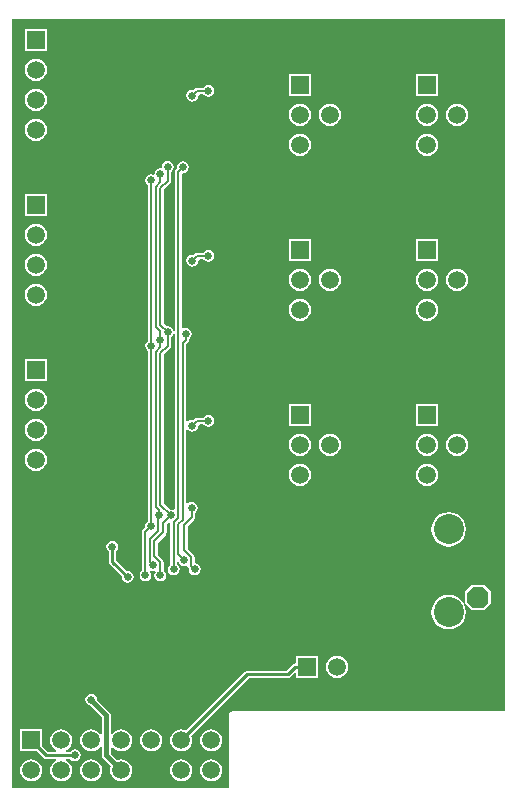
<source format=gbl>
%FSLAX23Y23*%
%MOIN*%
G70*
G01*
G75*
G04 Layer_Physical_Order=2*
G04 Layer_Color=16711680*
%ADD10O,0.063X0.012*%
%ADD11O,0.012X0.063*%
%ADD12R,0.035X0.031*%
%ADD13R,0.075X0.043*%
%ADD14R,0.110X0.030*%
%ADD15R,0.039X0.059*%
%ADD16R,0.035X0.028*%
%ADD17R,0.028X0.035*%
%ADD18R,0.100X0.100*%
%ADD19O,0.010X0.030*%
%ADD20O,0.030X0.010*%
%ADD21R,0.031X0.035*%
%ADD22R,0.132X0.085*%
%ADD23C,0.010*%
%ADD24C,0.015*%
%ADD25C,0.008*%
%ADD26C,0.025*%
G04:AMPARAMS|DCode=27|XSize=70mil|YSize=70mil|CornerRadius=0mil|HoleSize=0mil|Usage=FLASHONLY|Rotation=90.000|XOffset=0mil|YOffset=0mil|HoleType=Round|Shape=Octagon|*
%AMOCTAGOND27*
4,1,8,0.018,0.035,-0.018,0.035,-0.035,0.018,-0.035,-0.018,-0.018,-0.035,0.018,-0.035,0.035,-0.018,0.035,0.018,0.018,0.035,0.0*
%
%ADD27OCTAGOND27*%

%ADD28C,0.100*%
%ADD29C,0.059*%
%ADD30R,0.059X0.059*%
%ADD31R,0.059X0.059*%
%ADD32C,0.030*%
%ADD33C,0.025*%
%ADD34C,0.020*%
G36*
X7038Y2357D02*
X6130D01*
X6125Y2356D01*
X6121Y2354D01*
X6119Y2350D01*
X6118Y2345D01*
Y2102D01*
X5397D01*
Y4663D01*
X7038D01*
Y2357D01*
D02*
G37*
%LPC*%
G36*
X5475Y3232D02*
X5465Y3231D01*
X5457Y3227D01*
X5449Y3221D01*
X5443Y3213D01*
X5439Y3205D01*
X5438Y3195D01*
X5439Y3185D01*
X5443Y3177D01*
X5449Y3169D01*
X5457Y3163D01*
X5465Y3159D01*
X5475Y3158D01*
X5485Y3159D01*
X5493Y3163D01*
X5501Y3169D01*
X5507Y3177D01*
X5511Y3185D01*
X5512Y3195D01*
X5511Y3205D01*
X5507Y3213D01*
X5501Y3221D01*
X5493Y3227D01*
X5485Y3231D01*
X5475Y3232D01*
D02*
G37*
G36*
X6355Y3282D02*
X6345Y3281D01*
X6337Y3277D01*
X6329Y3271D01*
X6323Y3263D01*
X6319Y3255D01*
X6318Y3245D01*
X6319Y3235D01*
X6323Y3227D01*
X6329Y3219D01*
X6337Y3213D01*
X6345Y3209D01*
X6355Y3208D01*
X6365Y3209D01*
X6373Y3213D01*
X6381Y3219D01*
X6387Y3227D01*
X6391Y3235D01*
X6392Y3245D01*
X6391Y3255D01*
X6387Y3263D01*
X6381Y3271D01*
X6373Y3277D01*
X6365Y3281D01*
X6355Y3282D01*
D02*
G37*
G36*
X6455D02*
X6445Y3281D01*
X6437Y3277D01*
X6429Y3271D01*
X6423Y3263D01*
X6419Y3255D01*
X6418Y3245D01*
X6419Y3235D01*
X6423Y3227D01*
X6429Y3219D01*
X6437Y3213D01*
X6445Y3209D01*
X6455Y3208D01*
X6465Y3209D01*
X6473Y3213D01*
X6481Y3219D01*
X6487Y3227D01*
X6491Y3235D01*
X6492Y3245D01*
X6491Y3255D01*
X6487Y3263D01*
X6481Y3271D01*
X6473Y3277D01*
X6465Y3281D01*
X6455Y3282D01*
D02*
G37*
G36*
X6851Y3020D02*
X6836Y3019D01*
X6822Y3013D01*
X6810Y3004D01*
X6801Y2992D01*
X6795Y2978D01*
X6794Y2963D01*
X6795Y2948D01*
X6801Y2934D01*
X6810Y2922D01*
X6822Y2913D01*
X6836Y2907D01*
X6851Y2906D01*
X6866Y2907D01*
X6880Y2913D01*
X6892Y2922D01*
X6901Y2934D01*
X6907Y2948D01*
X6908Y2963D01*
X6907Y2978D01*
X6901Y2992D01*
X6892Y3004D01*
X6880Y3013D01*
X6866Y3019D01*
X6851Y3020D01*
D02*
G37*
G36*
X6355Y3182D02*
X6345Y3181D01*
X6337Y3177D01*
X6329Y3171D01*
X6323Y3163D01*
X6319Y3155D01*
X6318Y3145D01*
X6319Y3135D01*
X6323Y3127D01*
X6329Y3119D01*
X6337Y3113D01*
X6345Y3109D01*
X6355Y3108D01*
X6365Y3109D01*
X6373Y3113D01*
X6381Y3119D01*
X6387Y3127D01*
X6391Y3135D01*
X6392Y3145D01*
X6391Y3155D01*
X6387Y3163D01*
X6381Y3171D01*
X6373Y3177D01*
X6365Y3181D01*
X6355Y3182D01*
D02*
G37*
G36*
X6780D02*
X6770Y3181D01*
X6762Y3177D01*
X6754Y3171D01*
X6748Y3163D01*
X6744Y3155D01*
X6743Y3145D01*
X6744Y3135D01*
X6748Y3127D01*
X6754Y3119D01*
X6762Y3113D01*
X6770Y3109D01*
X6780Y3108D01*
X6790Y3109D01*
X6798Y3113D01*
X6806Y3119D01*
X6812Y3127D01*
X6816Y3135D01*
X6817Y3145D01*
X6816Y3155D01*
X6812Y3163D01*
X6806Y3171D01*
X6798Y3177D01*
X6790Y3181D01*
X6780Y3182D01*
D02*
G37*
G36*
Y3282D02*
X6770Y3281D01*
X6762Y3277D01*
X6754Y3271D01*
X6748Y3263D01*
X6744Y3255D01*
X6743Y3245D01*
X6744Y3235D01*
X6748Y3227D01*
X6754Y3219D01*
X6762Y3213D01*
X6770Y3209D01*
X6780Y3208D01*
X6790Y3209D01*
X6798Y3213D01*
X6806Y3219D01*
X6812Y3227D01*
X6816Y3235D01*
X6817Y3245D01*
X6816Y3255D01*
X6812Y3263D01*
X6806Y3271D01*
X6798Y3277D01*
X6790Y3281D01*
X6780Y3282D01*
D02*
G37*
G36*
X6817Y3382D02*
X6743D01*
Y3308D01*
X6817D01*
Y3382D01*
D02*
G37*
G36*
X5475Y3432D02*
X5465Y3431D01*
X5457Y3427D01*
X5449Y3421D01*
X5443Y3413D01*
X5439Y3405D01*
X5438Y3395D01*
X5439Y3385D01*
X5443Y3377D01*
X5449Y3369D01*
X5457Y3363D01*
X5465Y3359D01*
X5475Y3358D01*
X5485Y3359D01*
X5493Y3363D01*
X5501Y3369D01*
X5507Y3377D01*
X5511Y3385D01*
X5512Y3395D01*
X5511Y3405D01*
X5507Y3413D01*
X5501Y3421D01*
X5493Y3427D01*
X5485Y3431D01*
X5475Y3432D01*
D02*
G37*
G36*
X5512Y3532D02*
X5438D01*
Y3458D01*
X5512D01*
Y3532D01*
D02*
G37*
G36*
X6880Y3282D02*
X6870Y3281D01*
X6862Y3277D01*
X6854Y3271D01*
X6848Y3263D01*
X6844Y3255D01*
X6843Y3245D01*
X6844Y3235D01*
X6848Y3227D01*
X6854Y3219D01*
X6862Y3213D01*
X6870Y3209D01*
X6880Y3208D01*
X6890Y3209D01*
X6898Y3213D01*
X6906Y3219D01*
X6912Y3227D01*
X6916Y3235D01*
X6917Y3245D01*
X6916Y3255D01*
X6912Y3263D01*
X6906Y3271D01*
X6898Y3277D01*
X6890Y3281D01*
X6880Y3282D01*
D02*
G37*
G36*
X5475Y3332D02*
X5465Y3331D01*
X5457Y3327D01*
X5449Y3321D01*
X5443Y3313D01*
X5439Y3305D01*
X5438Y3295D01*
X5439Y3285D01*
X5443Y3277D01*
X5449Y3269D01*
X5457Y3263D01*
X5465Y3259D01*
X5475Y3258D01*
X5485Y3259D01*
X5493Y3263D01*
X5501Y3269D01*
X5507Y3277D01*
X5511Y3285D01*
X5512Y3295D01*
X5511Y3305D01*
X5507Y3313D01*
X5501Y3321D01*
X5493Y3327D01*
X5485Y3331D01*
X5475Y3332D01*
D02*
G37*
G36*
X6392Y3382D02*
X6318D01*
Y3308D01*
X6392D01*
Y3382D01*
D02*
G37*
G36*
X6060Y2197D02*
X6050Y2196D01*
X6042Y2192D01*
X6034Y2186D01*
X6028Y2178D01*
X6024Y2170D01*
X6023Y2160D01*
X6024Y2150D01*
X6028Y2142D01*
X6034Y2134D01*
X6042Y2128D01*
X6050Y2124D01*
X6060Y2123D01*
X6070Y2124D01*
X6078Y2128D01*
X6086Y2134D01*
X6092Y2142D01*
X6096Y2150D01*
X6097Y2160D01*
X6096Y2170D01*
X6092Y2178D01*
X6086Y2186D01*
X6078Y2192D01*
X6070Y2196D01*
X6060Y2197D01*
D02*
G37*
G36*
X5560Y2297D02*
X5550Y2296D01*
X5542Y2292D01*
X5534Y2286D01*
X5528Y2278D01*
X5524Y2270D01*
X5523Y2260D01*
X5524Y2250D01*
X5528Y2242D01*
X5534Y2234D01*
X5542Y2228D01*
X5544Y2227D01*
X5543Y2222D01*
X5515D01*
X5497Y2241D01*
Y2297D01*
X5423D01*
Y2223D01*
X5479D01*
X5501Y2201D01*
X5505Y2199D01*
X5510Y2198D01*
X5543D01*
X5544Y2193D01*
X5542Y2192D01*
X5534Y2186D01*
X5528Y2178D01*
X5524Y2170D01*
X5523Y2160D01*
X5524Y2150D01*
X5528Y2142D01*
X5534Y2134D01*
X5542Y2128D01*
X5550Y2124D01*
X5560Y2123D01*
X5570Y2124D01*
X5578Y2128D01*
X5586Y2134D01*
X5592Y2142D01*
X5596Y2150D01*
X5597Y2160D01*
X5596Y2170D01*
X5592Y2178D01*
X5586Y2186D01*
X5578Y2192D01*
X5576Y2193D01*
X5577Y2198D01*
X5590D01*
X5591Y2196D01*
X5597Y2192D01*
X5605Y2190D01*
X5613Y2192D01*
X5619Y2196D01*
X5623Y2202D01*
X5625Y2210D01*
X5623Y2218D01*
X5619Y2224D01*
X5613Y2228D01*
X5605Y2230D01*
X5597Y2228D01*
X5591Y2224D01*
X5590Y2222D01*
X5577D01*
X5576Y2227D01*
X5578Y2228D01*
X5586Y2234D01*
X5592Y2242D01*
X5596Y2250D01*
X5597Y2260D01*
X5596Y2270D01*
X5592Y2278D01*
X5586Y2286D01*
X5578Y2292D01*
X5570Y2296D01*
X5560Y2297D01*
D02*
G37*
G36*
X5860D02*
X5850Y2296D01*
X5842Y2292D01*
X5834Y2286D01*
X5828Y2278D01*
X5824Y2270D01*
X5823Y2260D01*
X5824Y2250D01*
X5828Y2242D01*
X5834Y2234D01*
X5842Y2228D01*
X5850Y2224D01*
X5860Y2223D01*
X5870Y2224D01*
X5878Y2228D01*
X5886Y2234D01*
X5892Y2242D01*
X5896Y2250D01*
X5897Y2260D01*
X5896Y2270D01*
X5892Y2278D01*
X5886Y2286D01*
X5878Y2292D01*
X5870Y2296D01*
X5860Y2297D01*
D02*
G37*
G36*
X5460Y2197D02*
X5450Y2196D01*
X5442Y2192D01*
X5434Y2186D01*
X5428Y2178D01*
X5424Y2170D01*
X5423Y2160D01*
X5424Y2150D01*
X5428Y2142D01*
X5434Y2134D01*
X5442Y2128D01*
X5450Y2124D01*
X5460Y2123D01*
X5470Y2124D01*
X5478Y2128D01*
X5486Y2134D01*
X5492Y2142D01*
X5496Y2150D01*
X5497Y2160D01*
X5496Y2170D01*
X5492Y2178D01*
X5486Y2186D01*
X5478Y2192D01*
X5470Y2196D01*
X5460Y2197D01*
D02*
G37*
G36*
X5660D02*
X5650Y2196D01*
X5642Y2192D01*
X5634Y2186D01*
X5628Y2178D01*
X5624Y2170D01*
X5623Y2160D01*
X5624Y2150D01*
X5628Y2142D01*
X5634Y2134D01*
X5642Y2128D01*
X5650Y2124D01*
X5660Y2123D01*
X5670Y2124D01*
X5678Y2128D01*
X5686Y2134D01*
X5692Y2142D01*
X5696Y2150D01*
X5697Y2160D01*
X5696Y2170D01*
X5692Y2178D01*
X5686Y2186D01*
X5678Y2192D01*
X5670Y2196D01*
X5660Y2197D01*
D02*
G37*
G36*
X5960D02*
X5950Y2196D01*
X5942Y2192D01*
X5934Y2186D01*
X5928Y2178D01*
X5924Y2170D01*
X5923Y2160D01*
X5924Y2150D01*
X5928Y2142D01*
X5934Y2134D01*
X5942Y2128D01*
X5950Y2124D01*
X5960Y2123D01*
X5970Y2124D01*
X5978Y2128D01*
X5986Y2134D01*
X5992Y2142D01*
X5996Y2150D01*
X5997Y2160D01*
X5996Y2170D01*
X5992Y2178D01*
X5986Y2186D01*
X5978Y2192D01*
X5970Y2196D01*
X5960Y2197D01*
D02*
G37*
G36*
X6060Y2297D02*
X6050Y2296D01*
X6042Y2292D01*
X6034Y2286D01*
X6028Y2278D01*
X6024Y2270D01*
X6023Y2260D01*
X6024Y2250D01*
X6028Y2242D01*
X6034Y2234D01*
X6042Y2228D01*
X6050Y2224D01*
X6060Y2223D01*
X6070Y2224D01*
X6078Y2228D01*
X6086Y2234D01*
X6092Y2242D01*
X6096Y2250D01*
X6097Y2260D01*
X6096Y2270D01*
X6092Y2278D01*
X6086Y2286D01*
X6078Y2292D01*
X6070Y2296D01*
X6060Y2297D01*
D02*
G37*
G36*
X6851Y2744D02*
X6836Y2743D01*
X6822Y2737D01*
X6810Y2728D01*
X6801Y2716D01*
X6795Y2702D01*
X6794Y2687D01*
X6795Y2672D01*
X6801Y2658D01*
X6810Y2646D01*
X6822Y2637D01*
X6836Y2631D01*
X6851Y2630D01*
X6866Y2631D01*
X6880Y2637D01*
X6892Y2646D01*
X6901Y2658D01*
X6907Y2672D01*
X6908Y2687D01*
X6907Y2702D01*
X6901Y2716D01*
X6892Y2728D01*
X6880Y2737D01*
X6866Y2743D01*
X6851Y2744D01*
D02*
G37*
G36*
X6970Y2778D02*
X6928D01*
X6907Y2757D01*
Y2715D01*
X6928Y2694D01*
X6970D01*
X6991Y2715D01*
Y2757D01*
X6970Y2778D01*
D02*
G37*
G36*
X5730Y2925D02*
X5722Y2923D01*
X5716Y2919D01*
X5712Y2913D01*
X5710Y2905D01*
X5712Y2897D01*
X5716Y2891D01*
X5718Y2890D01*
Y2856D01*
X5719Y2852D01*
X5721Y2848D01*
X5762Y2807D01*
X5762Y2805D01*
X5763Y2797D01*
X5767Y2791D01*
X5774Y2787D01*
X5781Y2785D01*
X5789Y2787D01*
X5795Y2791D01*
X5800Y2797D01*
X5801Y2805D01*
X5800Y2813D01*
X5795Y2819D01*
X5789Y2823D01*
X5781Y2825D01*
X5779Y2824D01*
X5742Y2861D01*
Y2890D01*
X5744Y2891D01*
X5748Y2897D01*
X5750Y2905D01*
X5748Y2913D01*
X5744Y2919D01*
X5738Y2923D01*
X5730Y2925D01*
D02*
G37*
G36*
X5660Y2415D02*
X5652Y2413D01*
X5646Y2409D01*
X5642Y2403D01*
X5640Y2395D01*
X5642Y2387D01*
X5646Y2381D01*
X5652Y2377D01*
X5659Y2375D01*
X5695Y2339D01*
Y2282D01*
X5690Y2281D01*
X5686Y2286D01*
X5678Y2292D01*
X5670Y2296D01*
X5660Y2297D01*
X5650Y2296D01*
X5642Y2292D01*
X5634Y2286D01*
X5628Y2278D01*
X5624Y2270D01*
X5623Y2260D01*
X5624Y2250D01*
X5628Y2242D01*
X5634Y2234D01*
X5642Y2228D01*
X5650Y2224D01*
X5660Y2223D01*
X5670Y2224D01*
X5678Y2228D01*
X5686Y2234D01*
X5690Y2239D01*
X5695Y2238D01*
Y2210D01*
X5696Y2204D01*
X5700Y2200D01*
X5726Y2173D01*
X5724Y2170D01*
X5723Y2160D01*
X5724Y2150D01*
X5728Y2142D01*
X5734Y2134D01*
X5742Y2128D01*
X5750Y2124D01*
X5760Y2123D01*
X5770Y2124D01*
X5778Y2128D01*
X5786Y2134D01*
X5792Y2142D01*
X5796Y2150D01*
X5797Y2160D01*
X5796Y2170D01*
X5792Y2178D01*
X5786Y2186D01*
X5778Y2192D01*
X5770Y2196D01*
X5760Y2197D01*
X5750Y2196D01*
X5747Y2194D01*
X5725Y2216D01*
Y2238D01*
X5730Y2239D01*
X5734Y2234D01*
X5742Y2228D01*
X5750Y2224D01*
X5760Y2223D01*
X5770Y2224D01*
X5778Y2228D01*
X5786Y2234D01*
X5792Y2242D01*
X5796Y2250D01*
X5797Y2260D01*
X5796Y2270D01*
X5792Y2278D01*
X5786Y2286D01*
X5778Y2292D01*
X5770Y2296D01*
X5760Y2297D01*
X5750Y2296D01*
X5742Y2292D01*
X5734Y2286D01*
X5730Y2281D01*
X5725Y2282D01*
Y2345D01*
X5724Y2351D01*
X5720Y2355D01*
X5680Y2396D01*
X5678Y2403D01*
X5674Y2409D01*
X5668Y2413D01*
X5660Y2415D01*
D02*
G37*
G36*
X6480Y2542D02*
X6470Y2541D01*
X6462Y2537D01*
X6454Y2531D01*
X6448Y2523D01*
X6444Y2515D01*
X6443Y2505D01*
X6444Y2495D01*
X6448Y2487D01*
X6454Y2479D01*
X6462Y2473D01*
X6470Y2469D01*
X6480Y2468D01*
X6490Y2469D01*
X6498Y2473D01*
X6506Y2479D01*
X6512Y2487D01*
X6516Y2495D01*
X6517Y2505D01*
X6516Y2515D01*
X6512Y2523D01*
X6506Y2531D01*
X6498Y2537D01*
X6490Y2541D01*
X6480Y2542D01*
D02*
G37*
G36*
X6417Y2542D02*
X6343D01*
Y2517D01*
X6340D01*
X6335Y2516D01*
X6331Y2514D01*
X6310Y2492D01*
X6180D01*
X6175Y2491D01*
X6171Y2489D01*
X5976Y2293D01*
X5970Y2296D01*
X5960Y2297D01*
X5950Y2296D01*
X5942Y2292D01*
X5934Y2286D01*
X5928Y2278D01*
X5924Y2270D01*
X5923Y2260D01*
X5924Y2250D01*
X5928Y2242D01*
X5934Y2234D01*
X5942Y2228D01*
X5950Y2224D01*
X5960Y2223D01*
X5970Y2224D01*
X5978Y2228D01*
X5986Y2234D01*
X5992Y2242D01*
X5996Y2250D01*
X5997Y2260D01*
X5996Y2270D01*
X5993Y2276D01*
X6185Y2468D01*
X6315D01*
X6320Y2469D01*
X6324Y2471D01*
X6339Y2487D01*
X6343Y2485D01*
Y2468D01*
X6417D01*
Y2542D01*
D02*
G37*
G36*
X6355Y4382D02*
X6345Y4381D01*
X6337Y4377D01*
X6329Y4371D01*
X6323Y4363D01*
X6319Y4355D01*
X6318Y4345D01*
X6319Y4335D01*
X6323Y4327D01*
X6329Y4319D01*
X6337Y4313D01*
X6345Y4309D01*
X6355Y4308D01*
X6365Y4309D01*
X6373Y4313D01*
X6381Y4319D01*
X6387Y4327D01*
X6391Y4335D01*
X6392Y4345D01*
X6391Y4355D01*
X6387Y4363D01*
X6381Y4371D01*
X6373Y4377D01*
X6365Y4381D01*
X6355Y4382D01*
D02*
G37*
G36*
X6455D02*
X6445Y4381D01*
X6437Y4377D01*
X6429Y4371D01*
X6423Y4363D01*
X6419Y4355D01*
X6418Y4345D01*
X6419Y4335D01*
X6423Y4327D01*
X6429Y4319D01*
X6437Y4313D01*
X6445Y4309D01*
X6455Y4308D01*
X6465Y4309D01*
X6473Y4313D01*
X6481Y4319D01*
X6487Y4327D01*
X6491Y4335D01*
X6492Y4345D01*
X6491Y4355D01*
X6487Y4363D01*
X6481Y4371D01*
X6473Y4377D01*
X6465Y4381D01*
X6455Y4382D01*
D02*
G37*
G36*
X6780D02*
X6770Y4381D01*
X6762Y4377D01*
X6754Y4371D01*
X6748Y4363D01*
X6744Y4355D01*
X6743Y4345D01*
X6744Y4335D01*
X6748Y4327D01*
X6754Y4319D01*
X6762Y4313D01*
X6770Y4309D01*
X6780Y4308D01*
X6790Y4309D01*
X6798Y4313D01*
X6806Y4319D01*
X6812Y4327D01*
X6816Y4335D01*
X6817Y4345D01*
X6816Y4355D01*
X6812Y4363D01*
X6806Y4371D01*
X6798Y4377D01*
X6790Y4381D01*
X6780Y4382D01*
D02*
G37*
G36*
X5475Y4332D02*
X5465Y4331D01*
X5457Y4327D01*
X5449Y4321D01*
X5443Y4313D01*
X5439Y4305D01*
X5438Y4295D01*
X5439Y4285D01*
X5443Y4277D01*
X5449Y4269D01*
X5457Y4263D01*
X5465Y4259D01*
X5475Y4258D01*
X5485Y4259D01*
X5493Y4263D01*
X5501Y4269D01*
X5507Y4277D01*
X5511Y4285D01*
X5512Y4295D01*
X5511Y4305D01*
X5507Y4313D01*
X5501Y4321D01*
X5493Y4327D01*
X5485Y4331D01*
X5475Y4332D01*
D02*
G37*
G36*
X5915Y4192D02*
X5907Y4190D01*
X5901Y4186D01*
X5897Y4180D01*
X5895Y4172D01*
X5896Y4170D01*
X5892Y4166D01*
X5890Y4167D01*
X5882Y4165D01*
X5876Y4161D01*
X5872Y4155D01*
X5871Y4149D01*
X5869Y4147D01*
X5865Y4146D01*
X5860Y4147D01*
X5852Y4145D01*
X5846Y4141D01*
X5842Y4135D01*
X5840Y4127D01*
X5842Y4119D01*
X5846Y4113D01*
X5849Y4111D01*
Y3591D01*
X5846Y3589D01*
X5842Y3583D01*
X5840Y3575D01*
X5842Y3567D01*
X5846Y3561D01*
X5849Y3559D01*
Y2991D01*
X5846Y2989D01*
X5842Y2983D01*
X5840Y2975D01*
X5841Y2972D01*
X5832Y2963D01*
X5830Y2959D01*
X5829Y2955D01*
X5829Y2955D01*
Y2825D01*
X5826Y2824D01*
X5822Y2817D01*
X5821Y2810D01*
X5822Y2802D01*
X5826Y2795D01*
X5833Y2791D01*
X5840Y2790D01*
X5848Y2791D01*
X5855Y2795D01*
X5859Y2802D01*
X5860Y2810D01*
X5859Y2817D01*
X5855Y2822D01*
X5856Y2823D01*
X5859Y2826D01*
X5865Y2825D01*
X5871Y2826D01*
X5874Y2824D01*
X5875Y2822D01*
X5872Y2818D01*
X5870Y2810D01*
X5872Y2802D01*
X5876Y2796D01*
X5882Y2792D01*
X5890Y2790D01*
X5898Y2792D01*
X5904Y2796D01*
X5908Y2802D01*
X5910Y2810D01*
X5908Y2818D01*
X5904Y2824D01*
X5901Y2826D01*
Y2853D01*
X5901Y2853D01*
X5900Y2858D01*
X5898Y2861D01*
X5898Y2861D01*
X5881Y2878D01*
Y2919D01*
X5908Y2946D01*
X5910Y2949D01*
X5911Y2954D01*
X5911Y2954D01*
Y2980D01*
X5919Y2988D01*
X5922Y2987D01*
X5924Y2986D01*
Y2846D01*
X5921Y2844D01*
X5917Y2838D01*
X5915Y2830D01*
X5917Y2822D01*
X5921Y2816D01*
X5927Y2812D01*
X5935Y2810D01*
X5943Y2812D01*
X5949Y2816D01*
X5953Y2822D01*
X5955Y2830D01*
X5953Y2838D01*
X5949Y2844D01*
X5946Y2846D01*
Y2854D01*
X5951Y2854D01*
X5952Y2852D01*
X5956Y2846D01*
X5962Y2842D01*
X5970Y2840D01*
X5977Y2842D01*
X5978Y2842D01*
X5983Y2839D01*
X5983Y2837D01*
X5986Y2834D01*
X5986Y2833D01*
X5985Y2830D01*
X5987Y2822D01*
X5991Y2816D01*
X5997Y2812D01*
X6005Y2810D01*
X6013Y2812D01*
X6019Y2816D01*
X6023Y2822D01*
X6025Y2830D01*
X6023Y2838D01*
X6019Y2844D01*
X6013Y2848D01*
X6005Y2850D01*
X6005Y2850D01*
Y2870D01*
X6004Y2874D01*
X6001Y2878D01*
X6001Y2878D01*
X5981Y2898D01*
Y2975D01*
X6003Y2996D01*
X6003Y2996D01*
X6005Y3000D01*
X6006Y3004D01*
Y3019D01*
X6009Y3021D01*
X6013Y3027D01*
X6015Y3035D01*
X6013Y3043D01*
X6009Y3049D01*
X6003Y3053D01*
X5995Y3055D01*
X5987Y3053D01*
X5981Y3049D01*
X5980Y3050D01*
X5976Y3051D01*
Y3296D01*
X5981Y3297D01*
X5983Y3295D01*
X5989Y3291D01*
X5997Y3289D01*
X6004Y3291D01*
X6011Y3295D01*
X6015Y3302D01*
X6017Y3309D01*
X6021Y3314D01*
X6034D01*
X6036Y3311D01*
X6042Y3307D01*
X6050Y3305D01*
X6058Y3307D01*
X6064Y3311D01*
X6068Y3317D01*
X6070Y3325D01*
X6068Y3333D01*
X6064Y3339D01*
X6058Y3343D01*
X6050Y3345D01*
X6042Y3343D01*
X6036Y3339D01*
X6034Y3336D01*
X6013D01*
X6013Y3336D01*
X6008Y3335D01*
X6005Y3333D01*
X6005Y3333D01*
X6000Y3328D01*
X5997Y3329D01*
X5989Y3328D01*
X5983Y3323D01*
X5981Y3321D01*
X5976Y3323D01*
Y3580D01*
X5983Y3587D01*
X5983Y3587D01*
X5985Y3591D01*
X5986Y3595D01*
Y3599D01*
X5989Y3601D01*
X5993Y3607D01*
X5995Y3615D01*
X5993Y3623D01*
X5989Y3629D01*
X5983Y3633D01*
X5975Y3635D01*
X5967Y3633D01*
X5966Y3632D01*
X5961Y3635D01*
Y4146D01*
X5965Y4150D01*
X5973Y4152D01*
X5979Y4156D01*
X5983Y4162D01*
X5985Y4170D01*
X5983Y4178D01*
X5979Y4184D01*
X5973Y4188D01*
X5965Y4190D01*
X5957Y4188D01*
X5951Y4184D01*
X5947Y4178D01*
X5945Y4170D01*
X5946Y4167D01*
X5942Y4163D01*
X5940Y4159D01*
X5939Y4155D01*
X5939Y4155D01*
Y3626D01*
X5934Y3626D01*
X5933Y3628D01*
X5929Y3634D01*
X5923Y3638D01*
X5915Y3640D01*
X5912Y3639D01*
X5901Y3650D01*
Y4095D01*
X5923Y4117D01*
X5923Y4117D01*
X5925Y4121D01*
X5926Y4125D01*
Y4156D01*
X5929Y4158D01*
X5933Y4164D01*
X5935Y4172D01*
X5933Y4180D01*
X5929Y4186D01*
X5923Y4190D01*
X5915Y4192D01*
D02*
G37*
G36*
X6355Y4282D02*
X6345Y4281D01*
X6337Y4277D01*
X6329Y4271D01*
X6323Y4263D01*
X6319Y4255D01*
X6318Y4245D01*
X6319Y4235D01*
X6323Y4227D01*
X6329Y4219D01*
X6337Y4213D01*
X6345Y4209D01*
X6355Y4208D01*
X6365Y4209D01*
X6373Y4213D01*
X6381Y4219D01*
X6387Y4227D01*
X6391Y4235D01*
X6392Y4245D01*
X6391Y4255D01*
X6387Y4263D01*
X6381Y4271D01*
X6373Y4277D01*
X6365Y4281D01*
X6355Y4282D01*
D02*
G37*
G36*
X6780D02*
X6770Y4281D01*
X6762Y4277D01*
X6754Y4271D01*
X6748Y4263D01*
X6744Y4255D01*
X6743Y4245D01*
X6744Y4235D01*
X6748Y4227D01*
X6754Y4219D01*
X6762Y4213D01*
X6770Y4209D01*
X6780Y4208D01*
X6790Y4209D01*
X6798Y4213D01*
X6806Y4219D01*
X6812Y4227D01*
X6816Y4235D01*
X6817Y4245D01*
X6816Y4255D01*
X6812Y4263D01*
X6806Y4271D01*
X6798Y4277D01*
X6790Y4281D01*
X6780Y4282D01*
D02*
G37*
G36*
X6050Y4445D02*
X6042Y4443D01*
X6036Y4439D01*
X6034Y4436D01*
X6013D01*
X6013Y4436D01*
X6008Y4435D01*
X6005Y4433D01*
X6005Y4433D01*
X6000Y4428D01*
X5997Y4429D01*
X5989Y4428D01*
X5983Y4423D01*
X5978Y4417D01*
X5977Y4409D01*
X5978Y4402D01*
X5983Y4395D01*
X5989Y4391D01*
X5997Y4389D01*
X6004Y4391D01*
X6011Y4395D01*
X6015Y4402D01*
X6017Y4409D01*
X6021Y4414D01*
X6034D01*
X6036Y4411D01*
X6042Y4407D01*
X6050Y4405D01*
X6058Y4407D01*
X6064Y4411D01*
X6068Y4417D01*
X6070Y4425D01*
X6068Y4433D01*
X6064Y4439D01*
X6058Y4443D01*
X6050Y4445D01*
D02*
G37*
G36*
X5475Y4532D02*
X5465Y4531D01*
X5457Y4527D01*
X5449Y4521D01*
X5443Y4513D01*
X5439Y4505D01*
X5438Y4495D01*
X5439Y4485D01*
X5443Y4477D01*
X5449Y4469D01*
X5457Y4463D01*
X5465Y4459D01*
X5475Y4458D01*
X5485Y4459D01*
X5493Y4463D01*
X5501Y4469D01*
X5507Y4477D01*
X5511Y4485D01*
X5512Y4495D01*
X5511Y4505D01*
X5507Y4513D01*
X5501Y4521D01*
X5493Y4527D01*
X5485Y4531D01*
X5475Y4532D01*
D02*
G37*
G36*
X5512Y4632D02*
X5438D01*
Y4558D01*
X5512D01*
Y4632D01*
D02*
G37*
G36*
X6817Y4482D02*
X6743D01*
Y4408D01*
X6817D01*
Y4482D01*
D02*
G37*
G36*
X6880Y4382D02*
X6870Y4381D01*
X6862Y4377D01*
X6854Y4371D01*
X6848Y4363D01*
X6844Y4355D01*
X6843Y4345D01*
X6844Y4335D01*
X6848Y4327D01*
X6854Y4319D01*
X6862Y4313D01*
X6870Y4309D01*
X6880Y4308D01*
X6890Y4309D01*
X6898Y4313D01*
X6906Y4319D01*
X6912Y4327D01*
X6916Y4335D01*
X6917Y4345D01*
X6916Y4355D01*
X6912Y4363D01*
X6906Y4371D01*
X6898Y4377D01*
X6890Y4381D01*
X6880Y4382D01*
D02*
G37*
G36*
X5475Y4432D02*
X5465Y4431D01*
X5457Y4427D01*
X5449Y4421D01*
X5443Y4413D01*
X5439Y4405D01*
X5438Y4395D01*
X5439Y4385D01*
X5443Y4377D01*
X5449Y4369D01*
X5457Y4363D01*
X5465Y4359D01*
X5475Y4358D01*
X5485Y4359D01*
X5493Y4363D01*
X5501Y4369D01*
X5507Y4377D01*
X5511Y4385D01*
X5512Y4395D01*
X5511Y4405D01*
X5507Y4413D01*
X5501Y4421D01*
X5493Y4427D01*
X5485Y4431D01*
X5475Y4432D01*
D02*
G37*
G36*
X6392Y4482D02*
X6318D01*
Y4408D01*
X6392D01*
Y4482D01*
D02*
G37*
G36*
X6455Y3832D02*
X6445Y3831D01*
X6437Y3827D01*
X6429Y3821D01*
X6423Y3813D01*
X6419Y3805D01*
X6418Y3795D01*
X6419Y3785D01*
X6423Y3777D01*
X6429Y3769D01*
X6437Y3763D01*
X6445Y3759D01*
X6455Y3758D01*
X6465Y3759D01*
X6473Y3763D01*
X6481Y3769D01*
X6487Y3777D01*
X6491Y3785D01*
X6492Y3795D01*
X6491Y3805D01*
X6487Y3813D01*
X6481Y3821D01*
X6473Y3827D01*
X6465Y3831D01*
X6455Y3832D01*
D02*
G37*
G36*
X6780D02*
X6770Y3831D01*
X6762Y3827D01*
X6754Y3821D01*
X6748Y3813D01*
X6744Y3805D01*
X6743Y3795D01*
X6744Y3785D01*
X6748Y3777D01*
X6754Y3769D01*
X6762Y3763D01*
X6770Y3759D01*
X6780Y3758D01*
X6790Y3759D01*
X6798Y3763D01*
X6806Y3769D01*
X6812Y3777D01*
X6816Y3785D01*
X6817Y3795D01*
X6816Y3805D01*
X6812Y3813D01*
X6806Y3821D01*
X6798Y3827D01*
X6790Y3831D01*
X6780Y3832D01*
D02*
G37*
G36*
X6880D02*
X6870Y3831D01*
X6862Y3827D01*
X6854Y3821D01*
X6848Y3813D01*
X6844Y3805D01*
X6843Y3795D01*
X6844Y3785D01*
X6848Y3777D01*
X6854Y3769D01*
X6862Y3763D01*
X6870Y3759D01*
X6880Y3758D01*
X6890Y3759D01*
X6898Y3763D01*
X6906Y3769D01*
X6912Y3777D01*
X6916Y3785D01*
X6917Y3795D01*
X6916Y3805D01*
X6912Y3813D01*
X6906Y3821D01*
X6898Y3827D01*
X6890Y3831D01*
X6880Y3832D01*
D02*
G37*
G36*
X6355D02*
X6345Y3831D01*
X6337Y3827D01*
X6329Y3821D01*
X6323Y3813D01*
X6319Y3805D01*
X6318Y3795D01*
X6319Y3785D01*
X6323Y3777D01*
X6329Y3769D01*
X6337Y3763D01*
X6345Y3759D01*
X6355Y3758D01*
X6365Y3759D01*
X6373Y3763D01*
X6381Y3769D01*
X6387Y3777D01*
X6391Y3785D01*
X6392Y3795D01*
X6391Y3805D01*
X6387Y3813D01*
X6381Y3821D01*
X6373Y3827D01*
X6365Y3831D01*
X6355Y3832D01*
D02*
G37*
G36*
Y3732D02*
X6345Y3731D01*
X6337Y3727D01*
X6329Y3721D01*
X6323Y3713D01*
X6319Y3705D01*
X6318Y3695D01*
X6319Y3685D01*
X6323Y3677D01*
X6329Y3669D01*
X6337Y3663D01*
X6345Y3659D01*
X6355Y3658D01*
X6365Y3659D01*
X6373Y3663D01*
X6381Y3669D01*
X6387Y3677D01*
X6391Y3685D01*
X6392Y3695D01*
X6391Y3705D01*
X6387Y3713D01*
X6381Y3721D01*
X6373Y3727D01*
X6365Y3731D01*
X6355Y3732D01*
D02*
G37*
G36*
X6780D02*
X6770Y3731D01*
X6762Y3727D01*
X6754Y3721D01*
X6748Y3713D01*
X6744Y3705D01*
X6743Y3695D01*
X6744Y3685D01*
X6748Y3677D01*
X6754Y3669D01*
X6762Y3663D01*
X6770Y3659D01*
X6780Y3658D01*
X6790Y3659D01*
X6798Y3663D01*
X6806Y3669D01*
X6812Y3677D01*
X6816Y3685D01*
X6817Y3695D01*
X6816Y3705D01*
X6812Y3713D01*
X6806Y3721D01*
X6798Y3727D01*
X6790Y3731D01*
X6780Y3732D01*
D02*
G37*
G36*
X5475Y3782D02*
X5465Y3781D01*
X5457Y3777D01*
X5449Y3771D01*
X5443Y3763D01*
X5439Y3755D01*
X5438Y3745D01*
X5439Y3735D01*
X5443Y3727D01*
X5449Y3719D01*
X5457Y3713D01*
X5465Y3709D01*
X5475Y3708D01*
X5485Y3709D01*
X5493Y3713D01*
X5501Y3719D01*
X5507Y3727D01*
X5511Y3735D01*
X5512Y3745D01*
X5511Y3755D01*
X5507Y3763D01*
X5501Y3771D01*
X5493Y3777D01*
X5485Y3781D01*
X5475Y3782D01*
D02*
G37*
G36*
X6050Y3895D02*
X6042Y3893D01*
X6036Y3889D01*
X6034Y3886D01*
X6013D01*
X6013Y3886D01*
X6008Y3885D01*
X6005Y3883D01*
X6005Y3883D01*
X6000Y3878D01*
X5997Y3879D01*
X5989Y3878D01*
X5983Y3873D01*
X5978Y3867D01*
X5977Y3859D01*
X5978Y3852D01*
X5983Y3845D01*
X5989Y3841D01*
X5997Y3839D01*
X6004Y3841D01*
X6011Y3845D01*
X6015Y3852D01*
X6017Y3859D01*
X6021Y3864D01*
X6034D01*
X6036Y3861D01*
X6042Y3857D01*
X6050Y3855D01*
X6058Y3857D01*
X6064Y3861D01*
X6068Y3867D01*
X6070Y3875D01*
X6068Y3883D01*
X6064Y3889D01*
X6058Y3893D01*
X6050Y3895D01*
D02*
G37*
G36*
X5475Y3982D02*
X5465Y3981D01*
X5457Y3977D01*
X5449Y3971D01*
X5443Y3963D01*
X5439Y3955D01*
X5438Y3945D01*
X5439Y3935D01*
X5443Y3927D01*
X5449Y3919D01*
X5457Y3913D01*
X5465Y3909D01*
X5475Y3908D01*
X5485Y3909D01*
X5493Y3913D01*
X5501Y3919D01*
X5507Y3927D01*
X5511Y3935D01*
X5512Y3945D01*
X5511Y3955D01*
X5507Y3963D01*
X5501Y3971D01*
X5493Y3977D01*
X5485Y3981D01*
X5475Y3982D01*
D02*
G37*
G36*
X5512Y4082D02*
X5438D01*
Y4008D01*
X5512D01*
Y4082D01*
D02*
G37*
G36*
X5475Y3882D02*
X5465Y3881D01*
X5457Y3877D01*
X5449Y3871D01*
X5443Y3863D01*
X5439Y3855D01*
X5438Y3845D01*
X5439Y3835D01*
X5443Y3827D01*
X5449Y3819D01*
X5457Y3813D01*
X5465Y3809D01*
X5475Y3808D01*
X5485Y3809D01*
X5493Y3813D01*
X5501Y3819D01*
X5507Y3827D01*
X5511Y3835D01*
X5512Y3845D01*
X5511Y3855D01*
X5507Y3863D01*
X5501Y3871D01*
X5493Y3877D01*
X5485Y3881D01*
X5475Y3882D01*
D02*
G37*
G36*
X6392Y3932D02*
X6318D01*
Y3858D01*
X6392D01*
Y3932D01*
D02*
G37*
G36*
X6817D02*
X6743D01*
Y3858D01*
X6817D01*
Y3932D01*
D02*
G37*
%LPD*%
G36*
X5939Y3614D02*
Y3030D01*
X5934Y3027D01*
X5933Y3028D01*
X5925Y3030D01*
X5922Y3029D01*
X5901Y3050D01*
Y3545D01*
X5923Y3567D01*
X5923Y3567D01*
X5925Y3571D01*
X5926Y3575D01*
Y3604D01*
X5929Y3606D01*
X5933Y3612D01*
X5934Y3614D01*
X5939Y3614D01*
D02*
G37*
D23*
X5510Y2210D02*
X5605D01*
X5460Y2260D02*
X5510Y2210D01*
X5730Y2856D02*
Y2905D01*
Y2856D02*
X5781Y2805D01*
X6180Y2480D02*
X6315D01*
X5960Y2260D02*
X6180Y2480D01*
X6315D02*
X6340Y2505D01*
X6380D01*
D24*
X5710Y2210D02*
Y2345D01*
X5660Y2395D02*
X5710Y2345D01*
Y2210D02*
X5760Y2160D01*
D25*
X5870Y2924D02*
X5900Y2954D01*
X5870Y2873D02*
Y2924D01*
Y2873D02*
X5890Y2853D01*
X5840Y2955D02*
X5860Y2975D01*
X5840Y2810D02*
Y2955D01*
Y2810D02*
X5840Y2810D01*
X5855Y2930D02*
X5884Y2958D01*
X5855Y2855D02*
Y2930D01*
Y2855D02*
X5865Y2845D01*
X5900Y2954D02*
Y2985D01*
X5884Y2958D02*
Y3002D01*
X5885Y3003D01*
X5890Y2810D02*
Y2853D01*
X5970Y2893D02*
Y2979D01*
Y2893D02*
X5994Y2870D01*
X5970Y2979D02*
X5995Y3004D01*
X5950Y2880D02*
Y2981D01*
X5935Y2830D02*
Y2987D01*
X5950Y2880D02*
X5970Y2860D01*
X5950Y2981D02*
X5965Y2996D01*
X5935Y2987D02*
X5950Y3002D01*
Y4155D01*
X5965Y2996D02*
Y3585D01*
X5994Y2842D02*
Y2870D01*
Y2842D02*
X6005Y2830D01*
X5997Y4409D02*
X6013Y4425D01*
X6050D01*
X5997Y3859D02*
X6013Y3875D01*
X6050D01*
X5997Y3309D02*
X6013Y3325D01*
X6050D01*
X5890Y3045D02*
X5925Y3010D01*
X5875Y3039D02*
X5885Y3029D01*
Y3010D02*
Y3029D01*
X5900Y2985D02*
X5925Y3010D01*
X5995Y3004D02*
Y3035D01*
X5965Y3585D02*
X5975Y3595D01*
Y3615D01*
X5890Y3645D02*
X5915Y3620D01*
X5890Y3045D02*
Y3550D01*
X5915Y3575D02*
Y3620D01*
X5890Y3550D02*
X5915Y3575D01*
X5875Y3039D02*
Y3556D01*
X5890Y3571D01*
Y3595D01*
X5860Y2975D02*
Y3575D01*
X5890Y3595D02*
Y3624D01*
X5875Y3639D02*
X5890Y3624D01*
Y3645D02*
Y4100D01*
X5915Y4125D01*
Y4172D01*
X5890Y4121D02*
Y4147D01*
X5875Y4106D02*
X5890Y4121D01*
X5875Y3639D02*
Y4106D01*
X5860Y3575D02*
Y4127D01*
X5950Y4155D02*
X5965Y4170D01*
D27*
X6949Y2736D02*
D03*
Y2914D02*
D03*
D28*
X6851Y2687D02*
D03*
Y2963D02*
D03*
D29*
X6060Y2160D02*
D03*
Y2260D02*
D03*
X5960Y2160D02*
D03*
Y2260D02*
D03*
X5860Y2160D02*
D03*
Y2260D02*
D03*
X5760Y2160D02*
D03*
Y2260D02*
D03*
X5660Y2160D02*
D03*
Y2260D02*
D03*
X5560Y2160D02*
D03*
Y2260D02*
D03*
X5460Y2160D02*
D03*
X5475Y4495D02*
D03*
Y4395D02*
D03*
Y4295D02*
D03*
Y4195D02*
D03*
X6455Y4445D02*
D03*
X6355Y4345D02*
D03*
X6455D02*
D03*
X6355Y4245D02*
D03*
X6455D02*
D03*
X6880Y4445D02*
D03*
X6780Y4345D02*
D03*
X6880D02*
D03*
X6780Y4245D02*
D03*
X6880D02*
D03*
Y3895D02*
D03*
X6780Y3795D02*
D03*
X6880D02*
D03*
X6780Y3695D02*
D03*
X6880D02*
D03*
X5475Y3945D02*
D03*
Y3845D02*
D03*
Y3745D02*
D03*
Y3645D02*
D03*
X6455Y3895D02*
D03*
X6355Y3795D02*
D03*
X6455D02*
D03*
X6355Y3695D02*
D03*
X6455D02*
D03*
X6880Y3345D02*
D03*
X6780Y3245D02*
D03*
X6880D02*
D03*
X6780Y3145D02*
D03*
X6880D02*
D03*
X5475Y3395D02*
D03*
Y3295D02*
D03*
Y3195D02*
D03*
Y3095D02*
D03*
X6455Y3345D02*
D03*
X6355Y3245D02*
D03*
X6455D02*
D03*
X6355Y3145D02*
D03*
X6455D02*
D03*
X6480Y2505D02*
D03*
D30*
X5460Y2260D02*
D03*
X6380Y2505D02*
D03*
D31*
X5475Y4595D02*
D03*
X6355Y4445D02*
D03*
X6780D02*
D03*
Y3895D02*
D03*
X5475Y4045D02*
D03*
X6355Y3895D02*
D03*
X6780Y3345D02*
D03*
X5475Y3495D02*
D03*
X6355Y3345D02*
D03*
D32*
X6955Y2800D02*
D03*
X6850D02*
D03*
X6615Y2895D02*
D03*
X6225Y3045D02*
D03*
X6410D02*
D03*
X6835Y3040D02*
D03*
X6615Y3045D02*
D03*
X6230Y4140D02*
D03*
X6405D02*
D03*
X6830Y4145D02*
D03*
X6615D02*
D03*
X6220Y3595D02*
D03*
X6400D02*
D03*
X6840D02*
D03*
X6615D02*
D03*
X6895Y2450D02*
D03*
X6775D02*
D03*
X6275Y2375D02*
D03*
X6400D02*
D03*
X6525D02*
D03*
X6650D02*
D03*
X6775D02*
D03*
X6900D02*
D03*
X7020D02*
D03*
Y2455D02*
D03*
X6630Y2530D02*
D03*
X6565Y2450D02*
D03*
X6645Y2610D02*
D03*
X6515D02*
D03*
X6440D02*
D03*
X6295D02*
D03*
X6210D02*
D03*
X6295Y2450D02*
D03*
X6210D02*
D03*
X6295Y2530D02*
D03*
X6210D02*
D03*
X6830Y3485D02*
D03*
X6615D02*
D03*
X6305Y3490D02*
D03*
X6245Y3400D02*
D03*
X6615Y3140D02*
D03*
Y3245D02*
D03*
Y3345D02*
D03*
X6825Y4595D02*
D03*
X6615D02*
D03*
X6295D02*
D03*
X6245Y4500D02*
D03*
X6615Y4240D02*
D03*
Y4345D02*
D03*
Y4445D02*
D03*
X6825Y4040D02*
D03*
X6615D02*
D03*
X6290D02*
D03*
X6245Y3950D02*
D03*
X6615Y3690D02*
D03*
Y3795D02*
D03*
Y3895D02*
D03*
X7020Y3075D02*
D03*
Y3200D02*
D03*
Y3325D02*
D03*
Y3450D02*
D03*
Y3600D02*
D03*
Y3725D02*
D03*
Y3875D02*
D03*
Y4000D02*
D03*
Y4125D02*
D03*
Y4250D02*
D03*
Y4375D02*
D03*
Y4500D02*
D03*
Y4625D02*
D03*
X5975Y2355D02*
D03*
X6075Y2330D02*
D03*
X6120Y2375D02*
D03*
X6015Y2420D02*
D03*
Y2120D02*
D03*
X5510D02*
D03*
X5610D02*
D03*
X5710D02*
D03*
X5610Y2300D02*
D03*
X5790Y2335D02*
D03*
X5880Y2325D02*
D03*
X5915Y2205D02*
D03*
X5810D02*
D03*
X6020Y3415D02*
D03*
Y3500D02*
D03*
Y3965D02*
D03*
Y4050D02*
D03*
X6015Y4515D02*
D03*
Y4620D02*
D03*
X5922Y4378D02*
D03*
X5788Y4398D02*
D03*
X5815Y4570D02*
D03*
X5630Y4545D02*
D03*
X5685Y4500D02*
D03*
X5630Y3995D02*
D03*
X5685Y3950D02*
D03*
X5815Y4020D02*
D03*
X5788Y3848D02*
D03*
X5922Y3828D02*
D03*
X5630Y3445D02*
D03*
X5685Y3400D02*
D03*
X5815Y3470D02*
D03*
X5788Y3298D02*
D03*
X5922Y3278D02*
D03*
X6938Y2648D02*
D03*
D33*
X5785Y2485D02*
D03*
Y2530D02*
D03*
Y2565D02*
D03*
X5605Y2210D02*
D03*
X5955Y2565D02*
D03*
X5478Y2778D02*
D03*
X5602D02*
D03*
X5781Y2805D02*
D03*
X5997Y4409D02*
D03*
X6050Y4425D02*
D03*
X6165Y4500D02*
D03*
X5997Y3859D02*
D03*
X6050Y3875D02*
D03*
X6165Y3950D02*
D03*
X5997Y3309D02*
D03*
X6050Y3325D02*
D03*
X6165Y3400D02*
D03*
X5660Y2395D02*
D03*
X5730Y2905D02*
D03*
X6400Y2810D02*
D03*
Y2760D02*
D03*
Y2660D02*
D03*
X6735Y2800D02*
D03*
X6005Y2830D02*
D03*
X5995Y3035D02*
D03*
X5970Y2860D02*
D03*
X5935Y2830D02*
D03*
X5975Y3615D02*
D03*
X5840Y2810D02*
D03*
X5860Y2975D02*
D03*
X5885Y3010D02*
D03*
X5865Y2845D02*
D03*
X5890Y2810D02*
D03*
X5925Y3010D02*
D03*
X5915Y3620D02*
D03*
X5890Y3595D02*
D03*
X5860Y3575D02*
D03*
Y4127D02*
D03*
X5890Y4147D02*
D03*
X5915Y4172D02*
D03*
X5965Y4170D02*
D03*
D34*
X6067Y4248D02*
D03*
X6023D02*
D03*
X6067Y4292D02*
D03*
X6023D02*
D03*
X6067Y3698D02*
D03*
X6023D02*
D03*
X6067Y3742D02*
D03*
X6023D02*
D03*
X6067Y3148D02*
D03*
X6023D02*
D03*
X6067Y3192D02*
D03*
X6023D02*
D03*
M02*

</source>
